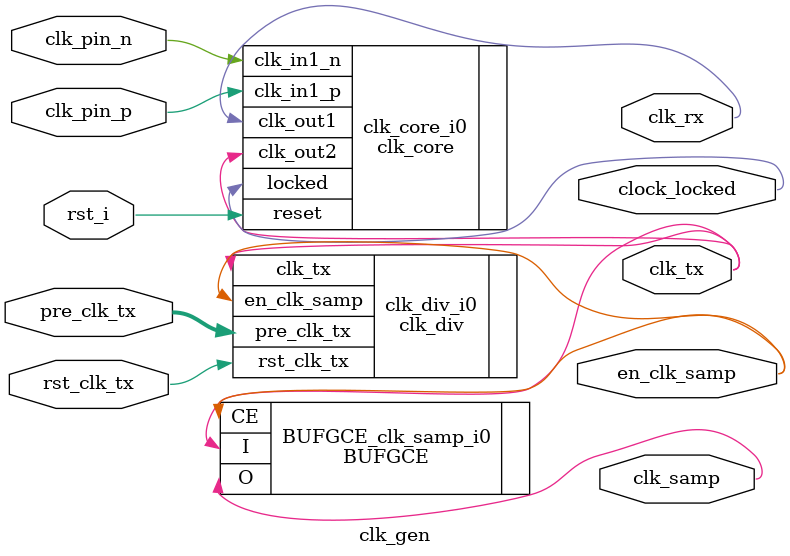
<source format=v>

`timescale 1ns/1ps


module clk_gen (
  input             clk_pin_p,       // Input clock pin - IBUFGDS is in core
  input             clk_pin_n,       //   - differential pair
  input             rst_i,           // Asynchronous input from IBUF

  input             rst_clk_tx,      // For clock divider
  
  input      [15:0] pre_clk_tx,      // Current divider

  output            clk_rx,          // Receive clock
  output            clk_tx,          // Transmit clock
  output            clk_samp,        // Sample clock

  output            en_clk_samp,     // Enable for clk_samp
  output            clock_locked     // Locked signal from MMCM
);

//***************************************************************************
// Function definitions
//***************************************************************************

//***************************************************************************
// Parameter definitions
//***************************************************************************

//***************************************************************************
// Reg declarations
//***************************************************************************

//***************************************************************************
// Wire declarations
//***************************************************************************
  
  
 
  
//***************************************************************************
// Code
//***************************************************************************

  // Instantiate the prescale divider

  clk_div clk_div_i0 (
    .clk_tx            (clk_tx),
    .rst_clk_tx        (rst_clk_tx),
    .pre_clk_tx        (pre_clk_tx),
    .en_clk_samp       (en_clk_samp)

  );

  // Instantiate clk_core - generated by the Clocking Wizard

  clk_core clk_core_i0 (
    .clk_in1_p          (clk_pin_p), 
    .clk_in1_n          (clk_pin_n), 
    .clk_out1           (clk_rx),
    .clk_out2           (clk_tx), 
    .reset              (rst_i), 
    .locked             (clock_locked)
  );

  

  BUFGCE #(
      .CE_TYPE("SYNC"),      // SYNC, ASYNC
      .IS_CE_INVERTED(1'b0), // Programmable inversion on CE
      .IS_I_INVERTED(1'b0)   // Programmable inversion on I
  )
  BUFGCE_clk_samp_i0 (
      .O(clk_samp),   // 1-bit output: Buffer
      .CE(en_clk_samp), // 1-bit input: Buffer enable
      .I(clk_tx)    // 1-bit input: Buffer
  );


  
endmodule

</source>
